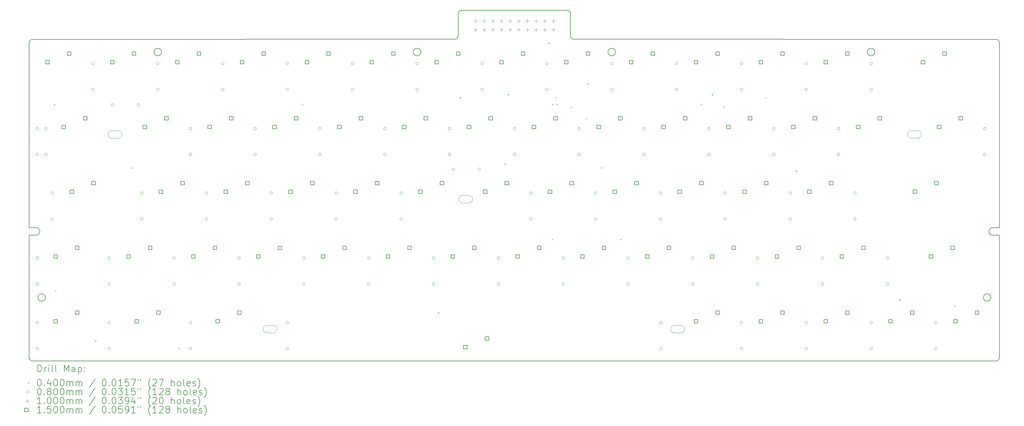
<source format=gbr>
%TF.GenerationSoftware,KiCad,Pcbnew,(6.0.7)*%
%TF.CreationDate,2022-11-29T19:46:52-05:00*%
%TF.ProjectId,Part 7 - Keyboard Basic,50617274-2037-4202-9d20-4b6579626f61,rev?*%
%TF.SameCoordinates,Original*%
%TF.FileFunction,Drillmap*%
%TF.FilePolarity,Positive*%
%FSLAX45Y45*%
G04 Gerber Fmt 4.5, Leading zero omitted, Abs format (unit mm)*
G04 Created by KiCad (PCBNEW (6.0.7)) date 2022-11-29 19:46:52*
%MOMM*%
%LPD*%
G01*
G04 APERTURE LIST*
%ADD10C,0.150000*%
%ADD11C,0.100000*%
%ADD12C,0.200000*%
%ADD13C,0.040000*%
%ADD14C,0.080000*%
G04 APERTURE END LIST*
D10*
X4000000Y-10860709D02*
G75*
G03*
X4000000Y-10640711I0J109999D01*
G01*
X16300000Y-5100000D02*
G75*
G03*
X16400000Y-5000000I0J100000D01*
G01*
D11*
X10985000Y-13515000D02*
X10765000Y-13515000D01*
D10*
X19700000Y-5000000D02*
G75*
G03*
X19800000Y-5100000I100000J0D01*
G01*
X32050000Y-12695711D02*
G75*
G03*
X32050000Y-12695711I-110000J0D01*
G01*
D11*
X29915000Y-8005000D02*
G75*
G03*
X29915000Y-7785000I-17030J110000D01*
G01*
D10*
X21020000Y-5475711D02*
G75*
G03*
X21020000Y-5475711I-110000J0D01*
G01*
D11*
X10985000Y-13735000D02*
G75*
G03*
X10985000Y-13515000I-17030J110000D01*
G01*
D10*
X19600000Y-4250000D02*
X16500000Y-4250000D01*
X16400000Y-5000000D02*
X16400000Y-4350000D01*
X32300000Y-10860711D02*
X32100000Y-10860711D01*
D11*
X6430000Y-8005000D02*
G75*
G03*
X6430000Y-7785000I-17030J110000D01*
G01*
X29695000Y-7785000D02*
G75*
G03*
X29695000Y-8005000I15950J-110000D01*
G01*
D10*
X4275000Y-12695711D02*
G75*
G03*
X4275000Y-12695711I-110000J0D01*
G01*
D11*
X16730000Y-9915000D02*
G75*
G03*
X16730000Y-9695000I-17030J110000D01*
G01*
D10*
X19700000Y-5000000D02*
X19700000Y-4350000D01*
D11*
X6430000Y-7785000D02*
X6210000Y-7785000D01*
D10*
X19800000Y-5100000D02*
X32200000Y-5100711D01*
X3800000Y-10860711D02*
X3800000Y-14460711D01*
D11*
X22960000Y-13735000D02*
X22740000Y-13735000D01*
D10*
X16500000Y-4250000D02*
G75*
G03*
X16400000Y-4350000I0J-100000D01*
G01*
X28640000Y-5475711D02*
G75*
G03*
X28640000Y-5475711I-110000J0D01*
G01*
X3800000Y-10640711D02*
X4000000Y-10640711D01*
D11*
X22960000Y-13515000D02*
X22740000Y-13515000D01*
D10*
X3800000Y-10860711D02*
X4000000Y-10860711D01*
X7685000Y-5475711D02*
G75*
G03*
X7685000Y-5475711I-110000J0D01*
G01*
X32300000Y-10640711D02*
X32100000Y-10640711D01*
X16300000Y-5100000D02*
X3900000Y-5100711D01*
X32100000Y-10640709D02*
G75*
G03*
X32100000Y-10860711I0J-110001D01*
G01*
X3900000Y-5100710D02*
G75*
G03*
X3800000Y-5200711I0J-100000D01*
G01*
D11*
X29915000Y-8005000D02*
X29695000Y-8005000D01*
D10*
X3799999Y-14460711D02*
G75*
G03*
X3900000Y-14560711I100001J1D01*
G01*
X15305000Y-5475711D02*
G75*
G03*
X15305000Y-5475711I-110000J0D01*
G01*
D11*
X6430000Y-8005000D02*
X6210000Y-8005000D01*
X10985000Y-13735000D02*
X10765000Y-13735000D01*
D10*
X32299999Y-5200711D02*
G75*
G03*
X32200000Y-5100711I-99999J1D01*
G01*
X32300000Y-10860711D02*
X32300000Y-14460711D01*
D11*
X10765000Y-13515000D02*
G75*
G03*
X10765000Y-13735000I15950J-110000D01*
G01*
D10*
X3800000Y-10640711D02*
X3800000Y-5200711D01*
D11*
X16510000Y-9695000D02*
G75*
G03*
X16510000Y-9915000I15950J-110000D01*
G01*
X16730000Y-9695000D02*
X16510000Y-9695000D01*
D10*
X32300000Y-10640711D02*
X32300000Y-5200711D01*
D11*
X16730000Y-9915000D02*
X16510000Y-9915000D01*
D10*
X19700000Y-4350000D02*
G75*
G03*
X19600000Y-4250000I-100000J0D01*
G01*
D11*
X22740000Y-13515000D02*
G75*
G03*
X22740000Y-13735000I15950J-110000D01*
G01*
X22960000Y-13735000D02*
G75*
G03*
X22960000Y-13515000I-17030J110000D01*
G01*
X6210000Y-7785000D02*
G75*
G03*
X6210000Y-8005000I15950J-110000D01*
G01*
D10*
X32200000Y-14560710D02*
G75*
G03*
X32300000Y-14460711I0J100000D01*
G01*
X3900000Y-14560711D02*
X32200000Y-14560711D01*
D11*
X29915000Y-7785000D02*
X29695000Y-7785000D01*
D12*
D13*
X4515000Y-7005711D02*
X4555000Y-7045711D01*
X4555000Y-7005711D02*
X4515000Y-7045711D01*
X4554275Y-12474986D02*
X4594275Y-12514986D01*
X4594275Y-12474986D02*
X4554275Y-12514986D01*
X5726600Y-13957150D02*
X5766600Y-13997150D01*
X5766600Y-13957150D02*
X5726600Y-13997150D01*
X6775000Y-8865711D02*
X6815000Y-8905711D01*
X6815000Y-8865711D02*
X6775000Y-8905711D01*
X8185000Y-14175711D02*
X8225000Y-14215711D01*
X8225000Y-14175711D02*
X8185000Y-14215711D01*
X11804500Y-6996211D02*
X11844500Y-7036211D01*
X11844500Y-6996211D02*
X11804500Y-7036211D01*
X15802500Y-13128211D02*
X15842500Y-13168211D01*
X15842500Y-13128211D02*
X15802500Y-13168211D01*
X16445000Y-6795711D02*
X16485000Y-6835711D01*
X16485000Y-6795711D02*
X16445000Y-6835711D01*
X17755000Y-8755711D02*
X17795000Y-8795711D01*
X17795000Y-8755711D02*
X17755000Y-8795711D01*
X17855000Y-6705711D02*
X17895000Y-6745711D01*
X17895000Y-6705711D02*
X17855000Y-6745711D01*
X19045000Y-5195711D02*
X19085000Y-5235711D01*
X19085000Y-5195711D02*
X19045000Y-5235711D01*
X19145000Y-10965711D02*
X19185000Y-11005711D01*
X19185000Y-10965711D02*
X19145000Y-11005711D01*
X19155000Y-6995711D02*
X19195000Y-7035711D01*
X19195000Y-6995711D02*
X19155000Y-7035711D01*
X19245000Y-6795711D02*
X19285000Y-6835711D01*
X19285000Y-6795711D02*
X19245000Y-6835711D01*
X19285000Y-6995711D02*
X19325000Y-7035711D01*
X19325000Y-6995711D02*
X19285000Y-7035711D01*
X19705000Y-7075711D02*
X19745000Y-7115711D01*
X19745000Y-7075711D02*
X19705000Y-7115711D01*
X20145000Y-7405711D02*
X20185000Y-7445711D01*
X20185000Y-7405711D02*
X20145000Y-7445711D01*
X20195000Y-6385711D02*
X20235000Y-6425711D01*
X20235000Y-6385711D02*
X20195000Y-6425711D01*
X20585000Y-8855711D02*
X20625000Y-8895711D01*
X20625000Y-8855711D02*
X20585000Y-8895711D01*
X21155000Y-10965711D02*
X21195000Y-11005711D01*
X21195000Y-10965711D02*
X21155000Y-11005711D01*
X23525000Y-6995711D02*
X23565000Y-7035711D01*
X23565000Y-6995711D02*
X23525000Y-7035711D01*
X23845059Y-6710429D02*
X23885059Y-6750429D01*
X23885059Y-6710429D02*
X23845059Y-6750429D01*
X24185500Y-7076211D02*
X24225500Y-7116211D01*
X24225500Y-7076211D02*
X24185500Y-7116211D01*
X25425000Y-6795711D02*
X25465000Y-6835711D01*
X25465000Y-6795711D02*
X25425000Y-6835711D01*
X26315000Y-8955711D02*
X26355000Y-8995711D01*
X26355000Y-8955711D02*
X26315000Y-8995711D01*
X29345000Y-12745711D02*
X29385000Y-12785711D01*
X29385000Y-12745711D02*
X29345000Y-12785711D01*
X30975000Y-12928211D02*
X31015000Y-12968211D01*
X31015000Y-12928211D02*
X30975000Y-12968211D01*
D14*
X4070000Y-7723711D02*
G75*
G03*
X4070000Y-7723711I-40000J0D01*
G01*
X4070000Y-8485711D02*
G75*
G03*
X4070000Y-8485711I-40000J0D01*
G01*
X4075000Y-11534711D02*
G75*
G03*
X4075000Y-11534711I-40000J0D01*
G01*
X4075000Y-12296711D02*
G75*
G03*
X4075000Y-12296711I-40000J0D01*
G01*
X4075000Y-13434711D02*
G75*
G03*
X4075000Y-13434711I-40000J0D01*
G01*
X4075000Y-14196711D02*
G75*
G03*
X4075000Y-14196711I-40000J0D01*
G01*
X4330000Y-7723711D02*
G75*
G03*
X4330000Y-7723711I-40000J0D01*
G01*
X4330000Y-8485711D02*
G75*
G03*
X4330000Y-8485711I-40000J0D01*
G01*
X4515000Y-9623711D02*
G75*
G03*
X4515000Y-9623711I-40000J0D01*
G01*
X4515000Y-10385711D02*
G75*
G03*
X4515000Y-10385711I-40000J0D01*
G01*
X5710000Y-5813711D02*
G75*
G03*
X5710000Y-5813711I-40000J0D01*
G01*
X5710000Y-6575711D02*
G75*
G03*
X5710000Y-6575711I-40000J0D01*
G01*
X6185000Y-11533711D02*
G75*
G03*
X6185000Y-11533711I-40000J0D01*
G01*
X6185000Y-12295711D02*
G75*
G03*
X6185000Y-12295711I-40000J0D01*
G01*
X6185000Y-13433711D02*
G75*
G03*
X6185000Y-13433711I-40000J0D01*
G01*
X6185000Y-14195711D02*
G75*
G03*
X6185000Y-14195711I-40000J0D01*
G01*
X6284000Y-7025711D02*
G75*
G03*
X6284000Y-7025711I-40000J0D01*
G01*
X7046000Y-7025711D02*
G75*
G03*
X7046000Y-7025711I-40000J0D01*
G01*
X7145000Y-9624711D02*
G75*
G03*
X7145000Y-9624711I-40000J0D01*
G01*
X7145000Y-10386711D02*
G75*
G03*
X7145000Y-10386711I-40000J0D01*
G01*
X7615000Y-5814711D02*
G75*
G03*
X7615000Y-5814711I-40000J0D01*
G01*
X7615000Y-6576711D02*
G75*
G03*
X7615000Y-6576711I-40000J0D01*
G01*
X8095000Y-11534711D02*
G75*
G03*
X8095000Y-11534711I-40000J0D01*
G01*
X8095000Y-12296711D02*
G75*
G03*
X8095000Y-12296711I-40000J0D01*
G01*
X8575000Y-7724711D02*
G75*
G03*
X8575000Y-7724711I-40000J0D01*
G01*
X8575000Y-8486711D02*
G75*
G03*
X8575000Y-8486711I-40000J0D01*
G01*
X8575000Y-13433711D02*
G75*
G03*
X8575000Y-13433711I-40000J0D01*
G01*
X8575000Y-14195711D02*
G75*
G03*
X8575000Y-14195711I-40000J0D01*
G01*
X9045000Y-9624711D02*
G75*
G03*
X9045000Y-9624711I-40000J0D01*
G01*
X9045000Y-10386711D02*
G75*
G03*
X9045000Y-10386711I-40000J0D01*
G01*
X9525000Y-5813711D02*
G75*
G03*
X9525000Y-5813711I-40000J0D01*
G01*
X9525000Y-6575711D02*
G75*
G03*
X9525000Y-6575711I-40000J0D01*
G01*
X10005000Y-11534711D02*
G75*
G03*
X10005000Y-11534711I-40000J0D01*
G01*
X10005000Y-12296711D02*
G75*
G03*
X10005000Y-12296711I-40000J0D01*
G01*
X10475000Y-7724711D02*
G75*
G03*
X10475000Y-7724711I-40000J0D01*
G01*
X10475000Y-8486711D02*
G75*
G03*
X10475000Y-8486711I-40000J0D01*
G01*
X10945000Y-9623711D02*
G75*
G03*
X10945000Y-9623711I-40000J0D01*
G01*
X10945000Y-10385711D02*
G75*
G03*
X10945000Y-10385711I-40000J0D01*
G01*
X11425000Y-5814711D02*
G75*
G03*
X11425000Y-5814711I-40000J0D01*
G01*
X11425000Y-6576711D02*
G75*
G03*
X11425000Y-6576711I-40000J0D01*
G01*
X11425000Y-13433711D02*
G75*
G03*
X11425000Y-13433711I-40000J0D01*
G01*
X11425000Y-14195711D02*
G75*
G03*
X11425000Y-14195711I-40000J0D01*
G01*
X11905000Y-11533711D02*
G75*
G03*
X11905000Y-11533711I-40000J0D01*
G01*
X11905000Y-12295711D02*
G75*
G03*
X11905000Y-12295711I-40000J0D01*
G01*
X12375000Y-7724711D02*
G75*
G03*
X12375000Y-7724711I-40000J0D01*
G01*
X12375000Y-8486711D02*
G75*
G03*
X12375000Y-8486711I-40000J0D01*
G01*
X12855000Y-9623711D02*
G75*
G03*
X12855000Y-9623711I-40000J0D01*
G01*
X12855000Y-10385711D02*
G75*
G03*
X12855000Y-10385711I-40000J0D01*
G01*
X13335000Y-5813711D02*
G75*
G03*
X13335000Y-5813711I-40000J0D01*
G01*
X13335000Y-6575711D02*
G75*
G03*
X13335000Y-6575711I-40000J0D01*
G01*
X13815000Y-11533711D02*
G75*
G03*
X13815000Y-11533711I-40000J0D01*
G01*
X13815000Y-12295711D02*
G75*
G03*
X13815000Y-12295711I-40000J0D01*
G01*
X14285000Y-7724711D02*
G75*
G03*
X14285000Y-7724711I-40000J0D01*
G01*
X14285000Y-8486711D02*
G75*
G03*
X14285000Y-8486711I-40000J0D01*
G01*
X14765000Y-9624711D02*
G75*
G03*
X14765000Y-9624711I-40000J0D01*
G01*
X14765000Y-10386711D02*
G75*
G03*
X14765000Y-10386711I-40000J0D01*
G01*
X15235000Y-5813711D02*
G75*
G03*
X15235000Y-5813711I-40000J0D01*
G01*
X15235000Y-6575711D02*
G75*
G03*
X15235000Y-6575711I-40000J0D01*
G01*
X15715000Y-11534711D02*
G75*
G03*
X15715000Y-11534711I-40000J0D01*
G01*
X15715000Y-12296711D02*
G75*
G03*
X15715000Y-12296711I-40000J0D01*
G01*
X16185000Y-7724711D02*
G75*
G03*
X16185000Y-7724711I-40000J0D01*
G01*
X16185000Y-8486711D02*
G75*
G03*
X16185000Y-8486711I-40000J0D01*
G01*
X16296000Y-8925711D02*
G75*
G03*
X16296000Y-8925711I-40000J0D01*
G01*
X17058000Y-8925711D02*
G75*
G03*
X17058000Y-8925711I-40000J0D01*
G01*
X17145000Y-5814711D02*
G75*
G03*
X17145000Y-5814711I-40000J0D01*
G01*
X17145000Y-6576711D02*
G75*
G03*
X17145000Y-6576711I-40000J0D01*
G01*
X17625000Y-11534711D02*
G75*
G03*
X17625000Y-11534711I-40000J0D01*
G01*
X17625000Y-12296711D02*
G75*
G03*
X17625000Y-12296711I-40000J0D01*
G01*
X18095000Y-7724711D02*
G75*
G03*
X18095000Y-7724711I-40000J0D01*
G01*
X18095000Y-8486711D02*
G75*
G03*
X18095000Y-8486711I-40000J0D01*
G01*
X18575000Y-9624711D02*
G75*
G03*
X18575000Y-9624711I-40000J0D01*
G01*
X18575000Y-10386711D02*
G75*
G03*
X18575000Y-10386711I-40000J0D01*
G01*
X19045000Y-5814711D02*
G75*
G03*
X19045000Y-5814711I-40000J0D01*
G01*
X19045000Y-6576711D02*
G75*
G03*
X19045000Y-6576711I-40000J0D01*
G01*
X19525000Y-11534711D02*
G75*
G03*
X19525000Y-11534711I-40000J0D01*
G01*
X19525000Y-12296711D02*
G75*
G03*
X19525000Y-12296711I-40000J0D01*
G01*
X19995000Y-7724711D02*
G75*
G03*
X19995000Y-7724711I-40000J0D01*
G01*
X19995000Y-8486711D02*
G75*
G03*
X19995000Y-8486711I-40000J0D01*
G01*
X20475000Y-9624711D02*
G75*
G03*
X20475000Y-9624711I-40000J0D01*
G01*
X20475000Y-10386711D02*
G75*
G03*
X20475000Y-10386711I-40000J0D01*
G01*
X20955000Y-5814711D02*
G75*
G03*
X20955000Y-5814711I-40000J0D01*
G01*
X20955000Y-6576711D02*
G75*
G03*
X20955000Y-6576711I-40000J0D01*
G01*
X21425000Y-11533711D02*
G75*
G03*
X21425000Y-11533711I-40000J0D01*
G01*
X21425000Y-12295711D02*
G75*
G03*
X21425000Y-12295711I-40000J0D01*
G01*
X21905000Y-7724711D02*
G75*
G03*
X21905000Y-7724711I-40000J0D01*
G01*
X21905000Y-8486711D02*
G75*
G03*
X21905000Y-8486711I-40000J0D01*
G01*
X22385000Y-9624711D02*
G75*
G03*
X22385000Y-9624711I-40000J0D01*
G01*
X22385000Y-10386711D02*
G75*
G03*
X22385000Y-10386711I-40000J0D01*
G01*
X22395000Y-13434711D02*
G75*
G03*
X22395000Y-13434711I-40000J0D01*
G01*
X22395000Y-14196711D02*
G75*
G03*
X22395000Y-14196711I-40000J0D01*
G01*
X22855000Y-5814711D02*
G75*
G03*
X22855000Y-5814711I-40000J0D01*
G01*
X22855000Y-6576711D02*
G75*
G03*
X22855000Y-6576711I-40000J0D01*
G01*
X23335000Y-11534711D02*
G75*
G03*
X23335000Y-11534711I-40000J0D01*
G01*
X23335000Y-12296711D02*
G75*
G03*
X23335000Y-12296711I-40000J0D01*
G01*
X23805000Y-7724711D02*
G75*
G03*
X23805000Y-7724711I-40000J0D01*
G01*
X23805000Y-8486711D02*
G75*
G03*
X23805000Y-8486711I-40000J0D01*
G01*
X24285000Y-9623711D02*
G75*
G03*
X24285000Y-9623711I-40000J0D01*
G01*
X24285000Y-10385711D02*
G75*
G03*
X24285000Y-10385711I-40000J0D01*
G01*
X24765000Y-5814711D02*
G75*
G03*
X24765000Y-5814711I-40000J0D01*
G01*
X24765000Y-6576711D02*
G75*
G03*
X24765000Y-6576711I-40000J0D01*
G01*
X24765000Y-13434711D02*
G75*
G03*
X24765000Y-13434711I-40000J0D01*
G01*
X24765000Y-14196711D02*
G75*
G03*
X24765000Y-14196711I-40000J0D01*
G01*
X25235000Y-11533711D02*
G75*
G03*
X25235000Y-11533711I-40000J0D01*
G01*
X25235000Y-12295711D02*
G75*
G03*
X25235000Y-12295711I-40000J0D01*
G01*
X25715000Y-7724711D02*
G75*
G03*
X25715000Y-7724711I-40000J0D01*
G01*
X25715000Y-8486711D02*
G75*
G03*
X25715000Y-8486711I-40000J0D01*
G01*
X26195000Y-9624711D02*
G75*
G03*
X26195000Y-9624711I-40000J0D01*
G01*
X26195000Y-10386711D02*
G75*
G03*
X26195000Y-10386711I-40000J0D01*
G01*
X26665000Y-5814711D02*
G75*
G03*
X26665000Y-5814711I-40000J0D01*
G01*
X26665000Y-6576711D02*
G75*
G03*
X26665000Y-6576711I-40000J0D01*
G01*
X26665000Y-13434711D02*
G75*
G03*
X26665000Y-13434711I-40000J0D01*
G01*
X26665000Y-14196711D02*
G75*
G03*
X26665000Y-14196711I-40000J0D01*
G01*
X27145000Y-11534711D02*
G75*
G03*
X27145000Y-11534711I-40000J0D01*
G01*
X27145000Y-12296711D02*
G75*
G03*
X27145000Y-12296711I-40000J0D01*
G01*
X27615000Y-7724711D02*
G75*
G03*
X27615000Y-7724711I-40000J0D01*
G01*
X27615000Y-8486711D02*
G75*
G03*
X27615000Y-8486711I-40000J0D01*
G01*
X28095000Y-9624711D02*
G75*
G03*
X28095000Y-9624711I-40000J0D01*
G01*
X28095000Y-10386711D02*
G75*
G03*
X28095000Y-10386711I-40000J0D01*
G01*
X28575000Y-5814711D02*
G75*
G03*
X28575000Y-5814711I-40000J0D01*
G01*
X28575000Y-6576711D02*
G75*
G03*
X28575000Y-6576711I-40000J0D01*
G01*
X28575000Y-13434711D02*
G75*
G03*
X28575000Y-13434711I-40000J0D01*
G01*
X28575000Y-14196711D02*
G75*
G03*
X28575000Y-14196711I-40000J0D01*
G01*
X29055000Y-11533711D02*
G75*
G03*
X29055000Y-11533711I-40000J0D01*
G01*
X29055000Y-12295711D02*
G75*
G03*
X29055000Y-12295711I-40000J0D01*
G01*
X30475000Y-13434711D02*
G75*
G03*
X30475000Y-13434711I-40000J0D01*
G01*
X30475000Y-14196711D02*
G75*
G03*
X30475000Y-14196711I-40000J0D01*
G01*
X31905000Y-7724711D02*
G75*
G03*
X31905000Y-7724711I-40000J0D01*
G01*
X31905000Y-8486711D02*
G75*
G03*
X31905000Y-8486711I-40000J0D01*
G01*
D11*
X16909500Y-4515961D02*
X16909500Y-4615961D01*
X16859500Y-4565961D02*
X16959500Y-4565961D01*
X16909500Y-4769961D02*
X16909500Y-4869961D01*
X16859500Y-4819961D02*
X16959500Y-4819961D01*
X17163500Y-4515961D02*
X17163500Y-4615961D01*
X17113500Y-4565961D02*
X17213500Y-4565961D01*
X17163500Y-4769961D02*
X17163500Y-4869961D01*
X17113500Y-4819961D02*
X17213500Y-4819961D01*
X17417500Y-4515961D02*
X17417500Y-4615961D01*
X17367500Y-4565961D02*
X17467500Y-4565961D01*
X17417500Y-4769961D02*
X17417500Y-4869961D01*
X17367500Y-4819961D02*
X17467500Y-4819961D01*
X17671500Y-4515961D02*
X17671500Y-4615961D01*
X17621500Y-4565961D02*
X17721500Y-4565961D01*
X17671500Y-4769961D02*
X17671500Y-4869961D01*
X17621500Y-4819961D02*
X17721500Y-4819961D01*
X17925500Y-4515961D02*
X17925500Y-4615961D01*
X17875500Y-4565961D02*
X17975500Y-4565961D01*
X17925500Y-4769961D02*
X17925500Y-4869961D01*
X17875500Y-4819961D02*
X17975500Y-4819961D01*
X18179500Y-4515961D02*
X18179500Y-4615961D01*
X18129500Y-4565961D02*
X18229500Y-4565961D01*
X18179500Y-4769961D02*
X18179500Y-4869961D01*
X18129500Y-4819961D02*
X18229500Y-4819961D01*
X18433500Y-4515961D02*
X18433500Y-4615961D01*
X18383500Y-4565961D02*
X18483500Y-4565961D01*
X18433500Y-4769961D02*
X18433500Y-4869961D01*
X18383500Y-4819961D02*
X18483500Y-4819961D01*
X18687500Y-4515961D02*
X18687500Y-4615961D01*
X18637500Y-4565961D02*
X18737500Y-4565961D01*
X18687500Y-4769961D02*
X18687500Y-4869961D01*
X18637500Y-4819961D02*
X18737500Y-4819961D01*
X18941500Y-4515961D02*
X18941500Y-4615961D01*
X18891500Y-4565961D02*
X18991500Y-4565961D01*
X18941500Y-4769961D02*
X18941500Y-4869961D01*
X18891500Y-4819961D02*
X18991500Y-4819961D01*
X19195500Y-4515961D02*
X19195500Y-4615961D01*
X19145500Y-4565961D02*
X19245500Y-4565961D01*
X19195500Y-4769961D02*
X19195500Y-4869961D01*
X19145500Y-4819961D02*
X19245500Y-4819961D01*
D10*
X4389534Y-5827244D02*
X4389534Y-5721177D01*
X4283467Y-5721177D01*
X4283467Y-5827244D01*
X4389534Y-5827244D01*
X4627659Y-11542244D02*
X4627659Y-11436177D01*
X4521592Y-11436177D01*
X4521592Y-11542244D01*
X4627659Y-11542244D01*
X4627659Y-13447244D02*
X4627659Y-13341177D01*
X4521592Y-13341177D01*
X4521592Y-13447244D01*
X4627659Y-13447244D01*
X4865784Y-7732244D02*
X4865784Y-7626177D01*
X4759717Y-7626177D01*
X4759717Y-7732244D01*
X4865784Y-7732244D01*
X5024534Y-5573244D02*
X5024534Y-5467177D01*
X4918467Y-5467177D01*
X4918467Y-5573244D01*
X5024534Y-5573244D01*
X5103909Y-9637244D02*
X5103909Y-9531177D01*
X4997842Y-9531177D01*
X4997842Y-9637244D01*
X5103909Y-9637244D01*
X5262659Y-11288244D02*
X5262659Y-11182177D01*
X5156592Y-11182177D01*
X5156592Y-11288244D01*
X5262659Y-11288244D01*
X5262659Y-13193244D02*
X5262659Y-13087177D01*
X5156592Y-13087177D01*
X5156592Y-13193244D01*
X5262659Y-13193244D01*
X5500784Y-7478244D02*
X5500784Y-7372177D01*
X5394717Y-7372177D01*
X5394717Y-7478244D01*
X5500784Y-7478244D01*
X5738908Y-9383244D02*
X5738908Y-9277177D01*
X5632841Y-9277177D01*
X5632841Y-9383244D01*
X5738908Y-9383244D01*
X6294533Y-5827244D02*
X6294533Y-5721177D01*
X6188466Y-5721177D01*
X6188466Y-5827244D01*
X6294533Y-5827244D01*
X6770733Y-11542253D02*
X6770733Y-11436186D01*
X6664666Y-11436186D01*
X6664666Y-11542253D01*
X6770733Y-11542253D01*
X6929533Y-5573244D02*
X6929533Y-5467177D01*
X6823466Y-5467177D01*
X6823466Y-5573244D01*
X6929533Y-5573244D01*
X7008908Y-13447244D02*
X7008908Y-13341177D01*
X6902841Y-13341177D01*
X6902841Y-13447244D01*
X7008908Y-13447244D01*
X7247033Y-7732244D02*
X7247033Y-7626177D01*
X7140966Y-7626177D01*
X7140966Y-7732244D01*
X7247033Y-7732244D01*
X7405733Y-11288253D02*
X7405733Y-11182187D01*
X7299666Y-11182187D01*
X7299666Y-11288253D01*
X7405733Y-11288253D01*
X7643908Y-13193244D02*
X7643908Y-13087177D01*
X7537841Y-13087177D01*
X7537841Y-13193244D01*
X7643908Y-13193244D01*
X7723283Y-9637244D02*
X7723283Y-9531177D01*
X7617216Y-9531177D01*
X7617216Y-9637244D01*
X7723283Y-9637244D01*
X7882033Y-7478244D02*
X7882033Y-7372177D01*
X7775966Y-7372177D01*
X7775966Y-7478244D01*
X7882033Y-7478244D01*
X8199533Y-5827244D02*
X8199533Y-5721177D01*
X8093466Y-5721177D01*
X8093466Y-5827244D01*
X8199533Y-5827244D01*
X8358283Y-9383244D02*
X8358283Y-9277177D01*
X8252216Y-9277177D01*
X8252216Y-9383244D01*
X8358283Y-9383244D01*
X8675734Y-11542253D02*
X8675734Y-11436186D01*
X8569667Y-11436186D01*
X8569667Y-11542253D01*
X8675734Y-11542253D01*
X8834534Y-5573244D02*
X8834534Y-5467177D01*
X8728467Y-5467177D01*
X8728467Y-5573244D01*
X8834534Y-5573244D01*
X9152034Y-7732244D02*
X9152034Y-7626177D01*
X9045967Y-7626177D01*
X9045967Y-7732244D01*
X9152034Y-7732244D01*
X9310734Y-11288253D02*
X9310734Y-11182187D01*
X9204667Y-11182187D01*
X9204667Y-11288253D01*
X9310734Y-11288253D01*
X9390159Y-13447244D02*
X9390159Y-13341177D01*
X9284092Y-13341177D01*
X9284092Y-13447244D01*
X9390159Y-13447244D01*
X9628284Y-9637244D02*
X9628284Y-9531177D01*
X9522217Y-9531177D01*
X9522217Y-9637244D01*
X9628284Y-9637244D01*
X9787034Y-7478244D02*
X9787034Y-7372177D01*
X9680967Y-7372177D01*
X9680967Y-7478244D01*
X9787034Y-7478244D01*
X10025159Y-13193244D02*
X10025159Y-13087177D01*
X9919092Y-13087177D01*
X9919092Y-13193244D01*
X10025159Y-13193244D01*
X10104534Y-5827244D02*
X10104534Y-5721177D01*
X9998467Y-5721177D01*
X9998467Y-5827244D01*
X10104534Y-5827244D01*
X10263284Y-9383244D02*
X10263284Y-9277177D01*
X10157217Y-9277177D01*
X10157217Y-9383244D01*
X10263284Y-9383244D01*
X10580734Y-11542253D02*
X10580734Y-11436186D01*
X10474667Y-11436186D01*
X10474667Y-11542253D01*
X10580734Y-11542253D01*
X10739534Y-5573244D02*
X10739534Y-5467177D01*
X10633467Y-5467177D01*
X10633467Y-5573244D01*
X10739534Y-5573244D01*
X11057034Y-7732244D02*
X11057034Y-7626177D01*
X10950967Y-7626177D01*
X10950967Y-7732244D01*
X11057034Y-7732244D01*
X11215733Y-11288253D02*
X11215733Y-11182187D01*
X11109667Y-11182187D01*
X11109667Y-11288253D01*
X11215733Y-11288253D01*
X11533283Y-9637244D02*
X11533283Y-9531177D01*
X11427216Y-9531177D01*
X11427216Y-9637244D01*
X11533283Y-9637244D01*
X11692033Y-7478244D02*
X11692033Y-7372177D01*
X11585966Y-7372177D01*
X11585966Y-7478244D01*
X11692033Y-7478244D01*
X12009533Y-5827244D02*
X12009533Y-5721177D01*
X11903466Y-5721177D01*
X11903466Y-5827244D01*
X12009533Y-5827244D01*
X12168283Y-9383244D02*
X12168283Y-9277177D01*
X12062216Y-9277177D01*
X12062216Y-9383244D01*
X12168283Y-9383244D01*
X12485733Y-11542253D02*
X12485733Y-11436186D01*
X12379666Y-11436186D01*
X12379666Y-11542253D01*
X12485733Y-11542253D01*
X12644533Y-5573244D02*
X12644533Y-5467177D01*
X12538466Y-5467177D01*
X12538466Y-5573244D01*
X12644533Y-5573244D01*
X12962033Y-7732244D02*
X12962033Y-7626177D01*
X12855966Y-7626177D01*
X12855966Y-7732244D01*
X12962033Y-7732244D01*
X13120733Y-11288253D02*
X13120733Y-11182187D01*
X13014666Y-11182187D01*
X13014666Y-11288253D01*
X13120733Y-11288253D01*
X13438283Y-9637244D02*
X13438283Y-9531177D01*
X13332216Y-9531177D01*
X13332216Y-9637244D01*
X13438283Y-9637244D01*
X13597033Y-7478244D02*
X13597033Y-7372177D01*
X13490966Y-7372177D01*
X13490966Y-7478244D01*
X13597033Y-7478244D01*
X13914533Y-5827244D02*
X13914533Y-5721177D01*
X13808466Y-5721177D01*
X13808466Y-5827244D01*
X13914533Y-5827244D01*
X14073283Y-9383244D02*
X14073283Y-9277177D01*
X13967216Y-9277177D01*
X13967216Y-9383244D01*
X14073283Y-9383244D01*
X14390733Y-11542253D02*
X14390733Y-11436186D01*
X14284666Y-11436186D01*
X14284666Y-11542253D01*
X14390733Y-11542253D01*
X14549533Y-5573244D02*
X14549533Y-5467177D01*
X14443466Y-5467177D01*
X14443466Y-5573244D01*
X14549533Y-5573244D01*
X14867033Y-7732244D02*
X14867033Y-7626177D01*
X14760966Y-7626177D01*
X14760966Y-7732244D01*
X14867033Y-7732244D01*
X15025733Y-11288253D02*
X15025733Y-11182187D01*
X14919666Y-11182187D01*
X14919666Y-11288253D01*
X15025733Y-11288253D01*
X15343283Y-9637244D02*
X15343283Y-9531177D01*
X15237216Y-9531177D01*
X15237216Y-9637244D01*
X15343283Y-9637244D01*
X15502033Y-7478244D02*
X15502033Y-7372177D01*
X15395966Y-7372177D01*
X15395966Y-7478244D01*
X15502033Y-7478244D01*
X15819533Y-5827244D02*
X15819533Y-5721177D01*
X15713466Y-5721177D01*
X15713466Y-5827244D01*
X15819533Y-5827244D01*
X15978283Y-9383244D02*
X15978283Y-9277177D01*
X15872216Y-9277177D01*
X15872216Y-9383244D01*
X15978283Y-9383244D01*
X16295733Y-11542253D02*
X16295733Y-11436186D01*
X16189666Y-11436186D01*
X16189666Y-11542253D01*
X16295733Y-11542253D01*
X16454533Y-5573244D02*
X16454533Y-5467177D01*
X16348466Y-5467177D01*
X16348466Y-5573244D01*
X16454533Y-5573244D01*
X16660883Y-14209233D02*
X16660883Y-14103166D01*
X16554816Y-14103166D01*
X16554816Y-14209233D01*
X16660883Y-14209233D01*
X16772033Y-7732244D02*
X16772033Y-7626177D01*
X16665966Y-7626177D01*
X16665966Y-7732244D01*
X16772033Y-7732244D01*
X16930734Y-11288253D02*
X16930734Y-11182187D01*
X16824667Y-11182187D01*
X16824667Y-11288253D01*
X16930734Y-11288253D01*
X17248284Y-9637244D02*
X17248284Y-9531177D01*
X17142217Y-9531177D01*
X17142217Y-9637244D01*
X17248284Y-9637244D01*
X17295884Y-13955233D02*
X17295884Y-13849166D01*
X17189817Y-13849166D01*
X17189817Y-13955233D01*
X17295884Y-13955233D01*
X17407034Y-7478244D02*
X17407034Y-7372177D01*
X17300967Y-7372177D01*
X17300967Y-7478244D01*
X17407034Y-7478244D01*
X17724534Y-5827244D02*
X17724534Y-5721177D01*
X17618467Y-5721177D01*
X17618467Y-5827244D01*
X17724534Y-5827244D01*
X17883284Y-9383244D02*
X17883284Y-9277177D01*
X17777217Y-9277177D01*
X17777217Y-9383244D01*
X17883284Y-9383244D01*
X18200734Y-11542253D02*
X18200734Y-11436186D01*
X18094667Y-11436186D01*
X18094667Y-11542253D01*
X18200734Y-11542253D01*
X18359534Y-5573244D02*
X18359534Y-5467177D01*
X18253467Y-5467177D01*
X18253467Y-5573244D01*
X18359534Y-5573244D01*
X18677034Y-7732244D02*
X18677034Y-7626177D01*
X18570967Y-7626177D01*
X18570967Y-7732244D01*
X18677034Y-7732244D01*
X18835734Y-11288253D02*
X18835734Y-11182187D01*
X18729667Y-11182187D01*
X18729667Y-11288253D01*
X18835734Y-11288253D01*
X19153284Y-9637244D02*
X19153284Y-9531177D01*
X19047217Y-9531177D01*
X19047217Y-9637244D01*
X19153284Y-9637244D01*
X19312034Y-7478244D02*
X19312034Y-7372177D01*
X19205967Y-7372177D01*
X19205967Y-7478244D01*
X19312034Y-7478244D01*
X19629534Y-5827244D02*
X19629534Y-5721177D01*
X19523467Y-5721177D01*
X19523467Y-5827244D01*
X19629534Y-5827244D01*
X19788284Y-9383244D02*
X19788284Y-9277177D01*
X19682217Y-9277177D01*
X19682217Y-9383244D01*
X19788284Y-9383244D01*
X20105734Y-11542253D02*
X20105734Y-11436186D01*
X19999667Y-11436186D01*
X19999667Y-11542253D01*
X20105734Y-11542253D01*
X20264534Y-5573244D02*
X20264534Y-5467177D01*
X20158467Y-5467177D01*
X20158467Y-5573244D01*
X20264534Y-5573244D01*
X20582034Y-7732244D02*
X20582034Y-7626177D01*
X20475967Y-7626177D01*
X20475967Y-7732244D01*
X20582034Y-7732244D01*
X20740734Y-11288253D02*
X20740734Y-11182187D01*
X20634667Y-11182187D01*
X20634667Y-11288253D01*
X20740734Y-11288253D01*
X21058284Y-9637244D02*
X21058284Y-9531177D01*
X20952217Y-9531177D01*
X20952217Y-9637244D01*
X21058284Y-9637244D01*
X21217034Y-7478244D02*
X21217034Y-7372177D01*
X21110967Y-7372177D01*
X21110967Y-7478244D01*
X21217034Y-7478244D01*
X21534534Y-5827244D02*
X21534534Y-5721177D01*
X21428467Y-5721177D01*
X21428467Y-5827244D01*
X21534534Y-5827244D01*
X21693284Y-9383244D02*
X21693284Y-9277177D01*
X21587217Y-9277177D01*
X21587217Y-9383244D01*
X21693284Y-9383244D01*
X22010734Y-11542253D02*
X22010734Y-11436186D01*
X21904667Y-11436186D01*
X21904667Y-11542253D01*
X22010734Y-11542253D01*
X22169534Y-5573244D02*
X22169534Y-5467177D01*
X22063467Y-5467177D01*
X22063467Y-5573244D01*
X22169534Y-5573244D01*
X22487033Y-7732263D02*
X22487033Y-7626196D01*
X22380966Y-7626196D01*
X22380966Y-7732263D01*
X22487033Y-7732263D01*
X22645733Y-11288253D02*
X22645733Y-11182187D01*
X22539666Y-11182187D01*
X22539666Y-11288253D01*
X22645733Y-11288253D01*
X22963283Y-9637244D02*
X22963283Y-9531177D01*
X22857216Y-9531177D01*
X22857216Y-9637244D01*
X22963283Y-9637244D01*
X23122033Y-7478263D02*
X23122033Y-7372196D01*
X23015966Y-7372196D01*
X23015966Y-7478263D01*
X23122033Y-7478263D01*
X23439533Y-5827244D02*
X23439533Y-5721177D01*
X23333466Y-5721177D01*
X23333466Y-5827244D01*
X23439533Y-5827244D01*
X23439533Y-13447233D02*
X23439533Y-13341166D01*
X23333466Y-13341166D01*
X23333466Y-13447233D01*
X23439533Y-13447233D01*
X23598283Y-9383244D02*
X23598283Y-9277177D01*
X23492216Y-9277177D01*
X23492216Y-9383244D01*
X23598283Y-9383244D01*
X23915733Y-11542253D02*
X23915733Y-11436186D01*
X23809666Y-11436186D01*
X23809666Y-11542253D01*
X23915733Y-11542253D01*
X24074533Y-5573244D02*
X24074533Y-5467177D01*
X23968466Y-5467177D01*
X23968466Y-5573244D01*
X24074533Y-5573244D01*
X24074533Y-13193233D02*
X24074533Y-13087166D01*
X23968466Y-13087166D01*
X23968466Y-13193233D01*
X24074533Y-13193233D01*
X24392033Y-7732233D02*
X24392033Y-7626166D01*
X24285966Y-7626166D01*
X24285966Y-7732233D01*
X24392033Y-7732233D01*
X24550733Y-11288253D02*
X24550733Y-11182187D01*
X24444666Y-11182187D01*
X24444666Y-11288253D01*
X24550733Y-11288253D01*
X24868283Y-9637244D02*
X24868283Y-9531177D01*
X24762216Y-9531177D01*
X24762216Y-9637244D01*
X24868283Y-9637244D01*
X25027033Y-7478233D02*
X25027033Y-7372166D01*
X24920966Y-7372166D01*
X24920966Y-7478233D01*
X25027033Y-7478233D01*
X25344533Y-5827244D02*
X25344533Y-5721177D01*
X25238466Y-5721177D01*
X25238466Y-5827244D01*
X25344533Y-5827244D01*
X25344533Y-13447253D02*
X25344533Y-13341186D01*
X25238466Y-13341186D01*
X25238466Y-13447253D01*
X25344533Y-13447253D01*
X25503283Y-9383244D02*
X25503283Y-9277177D01*
X25397216Y-9277177D01*
X25397216Y-9383244D01*
X25503283Y-9383244D01*
X25820733Y-11542253D02*
X25820733Y-11436186D01*
X25714666Y-11436186D01*
X25714666Y-11542253D01*
X25820733Y-11542253D01*
X25979533Y-5573244D02*
X25979533Y-5467177D01*
X25873466Y-5467177D01*
X25873466Y-5573244D01*
X25979533Y-5573244D01*
X25979533Y-13193253D02*
X25979533Y-13087186D01*
X25873466Y-13087186D01*
X25873466Y-13193253D01*
X25979533Y-13193253D01*
X26297033Y-7732233D02*
X26297033Y-7626166D01*
X26190966Y-7626166D01*
X26190966Y-7732233D01*
X26297033Y-7732233D01*
X26455733Y-11288253D02*
X26455733Y-11182187D01*
X26349666Y-11182187D01*
X26349666Y-11288253D01*
X26455733Y-11288253D01*
X26773273Y-9637244D02*
X26773273Y-9531177D01*
X26667206Y-9531177D01*
X26667206Y-9637244D01*
X26773273Y-9637244D01*
X26932033Y-7478233D02*
X26932033Y-7372166D01*
X26825966Y-7372166D01*
X26825966Y-7478233D01*
X26932033Y-7478233D01*
X27249533Y-5827244D02*
X27249533Y-5721177D01*
X27143466Y-5721177D01*
X27143466Y-5827244D01*
X27249533Y-5827244D01*
X27249533Y-13447253D02*
X27249533Y-13341186D01*
X27143466Y-13341186D01*
X27143466Y-13447253D01*
X27249533Y-13447253D01*
X27408273Y-9383244D02*
X27408273Y-9277177D01*
X27302206Y-9277177D01*
X27302206Y-9383244D01*
X27408273Y-9383244D01*
X27725733Y-11542253D02*
X27725733Y-11436186D01*
X27619666Y-11436186D01*
X27619666Y-11542253D01*
X27725733Y-11542253D01*
X27884533Y-5573244D02*
X27884533Y-5467177D01*
X27778466Y-5467177D01*
X27778466Y-5573244D01*
X27884533Y-5573244D01*
X27884533Y-13193253D02*
X27884533Y-13087186D01*
X27778466Y-13087186D01*
X27778466Y-13193253D01*
X27884533Y-13193253D01*
X28202033Y-7732233D02*
X28202033Y-7626166D01*
X28095966Y-7626166D01*
X28095966Y-7732233D01*
X28202033Y-7732233D01*
X28360733Y-11288253D02*
X28360733Y-11182187D01*
X28254666Y-11182187D01*
X28254666Y-11288253D01*
X28360733Y-11288253D01*
X28837033Y-7478233D02*
X28837033Y-7372166D01*
X28730966Y-7372166D01*
X28730966Y-7478233D01*
X28837033Y-7478233D01*
X29154533Y-13447253D02*
X29154533Y-13341186D01*
X29048466Y-13341186D01*
X29048466Y-13447253D01*
X29154533Y-13447253D01*
X29789533Y-13193253D02*
X29789533Y-13087186D01*
X29683466Y-13087186D01*
X29683466Y-13193253D01*
X29789533Y-13193253D01*
X29868908Y-9637244D02*
X29868908Y-9531177D01*
X29762841Y-9531177D01*
X29762841Y-9637244D01*
X29868908Y-9637244D01*
X30107033Y-5827243D02*
X30107033Y-5721176D01*
X30000966Y-5721176D01*
X30000966Y-5827243D01*
X30107033Y-5827243D01*
X30345163Y-11542253D02*
X30345163Y-11436186D01*
X30239096Y-11436186D01*
X30239096Y-11542253D01*
X30345163Y-11542253D01*
X30503908Y-9383244D02*
X30503908Y-9277177D01*
X30397841Y-9277177D01*
X30397841Y-9383244D01*
X30503908Y-9383244D01*
X30583283Y-7732233D02*
X30583283Y-7626166D01*
X30477216Y-7626166D01*
X30477216Y-7732233D01*
X30583283Y-7732233D01*
X30742033Y-5573244D02*
X30742033Y-5467177D01*
X30635966Y-5467177D01*
X30635966Y-5573244D01*
X30742033Y-5573244D01*
X30980163Y-11288253D02*
X30980163Y-11182187D01*
X30874096Y-11182187D01*
X30874096Y-11288253D01*
X30980163Y-11288253D01*
X31059533Y-13447253D02*
X31059533Y-13341186D01*
X30953466Y-13341186D01*
X30953466Y-13447253D01*
X31059533Y-13447253D01*
X31218283Y-7478233D02*
X31218283Y-7372166D01*
X31112216Y-7372166D01*
X31112216Y-7478233D01*
X31218283Y-7478233D01*
X31694533Y-13193253D02*
X31694533Y-13087186D01*
X31588466Y-13087186D01*
X31588466Y-13193253D01*
X31694533Y-13193253D01*
D12*
X4050119Y-14878687D02*
X4050119Y-14678687D01*
X4097738Y-14678687D01*
X4126309Y-14688211D01*
X4145357Y-14707258D01*
X4154881Y-14726306D01*
X4164405Y-14764401D01*
X4164405Y-14792973D01*
X4154881Y-14831068D01*
X4145357Y-14850115D01*
X4126309Y-14869163D01*
X4097738Y-14878687D01*
X4050119Y-14878687D01*
X4250119Y-14878687D02*
X4250119Y-14745353D01*
X4250119Y-14783449D02*
X4259643Y-14764401D01*
X4269167Y-14754877D01*
X4288214Y-14745353D01*
X4307262Y-14745353D01*
X4373929Y-14878687D02*
X4373929Y-14745353D01*
X4373929Y-14678687D02*
X4364405Y-14688211D01*
X4373929Y-14697734D01*
X4383452Y-14688211D01*
X4373929Y-14678687D01*
X4373929Y-14697734D01*
X4497738Y-14878687D02*
X4478690Y-14869163D01*
X4469167Y-14850115D01*
X4469167Y-14678687D01*
X4602500Y-14878687D02*
X4583452Y-14869163D01*
X4573929Y-14850115D01*
X4573929Y-14678687D01*
X4831071Y-14878687D02*
X4831071Y-14678687D01*
X4897738Y-14821544D01*
X4964405Y-14678687D01*
X4964405Y-14878687D01*
X5145357Y-14878687D02*
X5145357Y-14773925D01*
X5135833Y-14754877D01*
X5116786Y-14745353D01*
X5078690Y-14745353D01*
X5059643Y-14754877D01*
X5145357Y-14869163D02*
X5126310Y-14878687D01*
X5078690Y-14878687D01*
X5059643Y-14869163D01*
X5050119Y-14850115D01*
X5050119Y-14831068D01*
X5059643Y-14812020D01*
X5078690Y-14802496D01*
X5126310Y-14802496D01*
X5145357Y-14792973D01*
X5240595Y-14745353D02*
X5240595Y-14945353D01*
X5240595Y-14754877D02*
X5259643Y-14745353D01*
X5297738Y-14745353D01*
X5316786Y-14754877D01*
X5326310Y-14764401D01*
X5335833Y-14783449D01*
X5335833Y-14840592D01*
X5326310Y-14859639D01*
X5316786Y-14869163D01*
X5297738Y-14878687D01*
X5259643Y-14878687D01*
X5240595Y-14869163D01*
X5421548Y-14859639D02*
X5431071Y-14869163D01*
X5421548Y-14878687D01*
X5412024Y-14869163D01*
X5421548Y-14859639D01*
X5421548Y-14878687D01*
X5421548Y-14754877D02*
X5431071Y-14764401D01*
X5421548Y-14773925D01*
X5412024Y-14764401D01*
X5421548Y-14754877D01*
X5421548Y-14773925D01*
D13*
X3752500Y-15188211D02*
X3792500Y-15228211D01*
X3792500Y-15188211D02*
X3752500Y-15228211D01*
D12*
X4088214Y-15098687D02*
X4107262Y-15098687D01*
X4126309Y-15108211D01*
X4135833Y-15117734D01*
X4145357Y-15136782D01*
X4154881Y-15174877D01*
X4154881Y-15222496D01*
X4145357Y-15260592D01*
X4135833Y-15279639D01*
X4126309Y-15289163D01*
X4107262Y-15298687D01*
X4088214Y-15298687D01*
X4069167Y-15289163D01*
X4059643Y-15279639D01*
X4050119Y-15260592D01*
X4040595Y-15222496D01*
X4040595Y-15174877D01*
X4050119Y-15136782D01*
X4059643Y-15117734D01*
X4069167Y-15108211D01*
X4088214Y-15098687D01*
X4240595Y-15279639D02*
X4250119Y-15289163D01*
X4240595Y-15298687D01*
X4231071Y-15289163D01*
X4240595Y-15279639D01*
X4240595Y-15298687D01*
X4421548Y-15165353D02*
X4421548Y-15298687D01*
X4373929Y-15089163D02*
X4326310Y-15232020D01*
X4450119Y-15232020D01*
X4564405Y-15098687D02*
X4583452Y-15098687D01*
X4602500Y-15108211D01*
X4612024Y-15117734D01*
X4621548Y-15136782D01*
X4631071Y-15174877D01*
X4631071Y-15222496D01*
X4621548Y-15260592D01*
X4612024Y-15279639D01*
X4602500Y-15289163D01*
X4583452Y-15298687D01*
X4564405Y-15298687D01*
X4545357Y-15289163D01*
X4535833Y-15279639D01*
X4526310Y-15260592D01*
X4516786Y-15222496D01*
X4516786Y-15174877D01*
X4526310Y-15136782D01*
X4535833Y-15117734D01*
X4545357Y-15108211D01*
X4564405Y-15098687D01*
X4754881Y-15098687D02*
X4773929Y-15098687D01*
X4792976Y-15108211D01*
X4802500Y-15117734D01*
X4812024Y-15136782D01*
X4821548Y-15174877D01*
X4821548Y-15222496D01*
X4812024Y-15260592D01*
X4802500Y-15279639D01*
X4792976Y-15289163D01*
X4773929Y-15298687D01*
X4754881Y-15298687D01*
X4735833Y-15289163D01*
X4726310Y-15279639D01*
X4716786Y-15260592D01*
X4707262Y-15222496D01*
X4707262Y-15174877D01*
X4716786Y-15136782D01*
X4726310Y-15117734D01*
X4735833Y-15108211D01*
X4754881Y-15098687D01*
X4907262Y-15298687D02*
X4907262Y-15165353D01*
X4907262Y-15184401D02*
X4916786Y-15174877D01*
X4935833Y-15165353D01*
X4964405Y-15165353D01*
X4983452Y-15174877D01*
X4992976Y-15193925D01*
X4992976Y-15298687D01*
X4992976Y-15193925D02*
X5002500Y-15174877D01*
X5021548Y-15165353D01*
X5050119Y-15165353D01*
X5069167Y-15174877D01*
X5078690Y-15193925D01*
X5078690Y-15298687D01*
X5173929Y-15298687D02*
X5173929Y-15165353D01*
X5173929Y-15184401D02*
X5183452Y-15174877D01*
X5202500Y-15165353D01*
X5231071Y-15165353D01*
X5250119Y-15174877D01*
X5259643Y-15193925D01*
X5259643Y-15298687D01*
X5259643Y-15193925D02*
X5269167Y-15174877D01*
X5288214Y-15165353D01*
X5316786Y-15165353D01*
X5335833Y-15174877D01*
X5345357Y-15193925D01*
X5345357Y-15298687D01*
X5735833Y-15089163D02*
X5564405Y-15346306D01*
X5992976Y-15098687D02*
X6012024Y-15098687D01*
X6031071Y-15108211D01*
X6040595Y-15117734D01*
X6050119Y-15136782D01*
X6059643Y-15174877D01*
X6059643Y-15222496D01*
X6050119Y-15260592D01*
X6040595Y-15279639D01*
X6031071Y-15289163D01*
X6012024Y-15298687D01*
X5992976Y-15298687D01*
X5973928Y-15289163D01*
X5964405Y-15279639D01*
X5954881Y-15260592D01*
X5945357Y-15222496D01*
X5945357Y-15174877D01*
X5954881Y-15136782D01*
X5964405Y-15117734D01*
X5973928Y-15108211D01*
X5992976Y-15098687D01*
X6145357Y-15279639D02*
X6154881Y-15289163D01*
X6145357Y-15298687D01*
X6135833Y-15289163D01*
X6145357Y-15279639D01*
X6145357Y-15298687D01*
X6278690Y-15098687D02*
X6297738Y-15098687D01*
X6316786Y-15108211D01*
X6326309Y-15117734D01*
X6335833Y-15136782D01*
X6345357Y-15174877D01*
X6345357Y-15222496D01*
X6335833Y-15260592D01*
X6326309Y-15279639D01*
X6316786Y-15289163D01*
X6297738Y-15298687D01*
X6278690Y-15298687D01*
X6259643Y-15289163D01*
X6250119Y-15279639D01*
X6240595Y-15260592D01*
X6231071Y-15222496D01*
X6231071Y-15174877D01*
X6240595Y-15136782D01*
X6250119Y-15117734D01*
X6259643Y-15108211D01*
X6278690Y-15098687D01*
X6535833Y-15298687D02*
X6421548Y-15298687D01*
X6478690Y-15298687D02*
X6478690Y-15098687D01*
X6459643Y-15127258D01*
X6440595Y-15146306D01*
X6421548Y-15155830D01*
X6716786Y-15098687D02*
X6621548Y-15098687D01*
X6612024Y-15193925D01*
X6621548Y-15184401D01*
X6640595Y-15174877D01*
X6688214Y-15174877D01*
X6707262Y-15184401D01*
X6716786Y-15193925D01*
X6726309Y-15212973D01*
X6726309Y-15260592D01*
X6716786Y-15279639D01*
X6707262Y-15289163D01*
X6688214Y-15298687D01*
X6640595Y-15298687D01*
X6621548Y-15289163D01*
X6612024Y-15279639D01*
X6792976Y-15098687D02*
X6926309Y-15098687D01*
X6840595Y-15298687D01*
X6992976Y-15098687D02*
X6992976Y-15136782D01*
X7069167Y-15098687D02*
X7069167Y-15136782D01*
X7364405Y-15374877D02*
X7354881Y-15365353D01*
X7335833Y-15336782D01*
X7326309Y-15317734D01*
X7316786Y-15289163D01*
X7307262Y-15241544D01*
X7307262Y-15203449D01*
X7316786Y-15155830D01*
X7326309Y-15127258D01*
X7335833Y-15108211D01*
X7354881Y-15079639D01*
X7364405Y-15070115D01*
X7431071Y-15117734D02*
X7440595Y-15108211D01*
X7459643Y-15098687D01*
X7507262Y-15098687D01*
X7526309Y-15108211D01*
X7535833Y-15117734D01*
X7545357Y-15136782D01*
X7545357Y-15155830D01*
X7535833Y-15184401D01*
X7421548Y-15298687D01*
X7545357Y-15298687D01*
X7612024Y-15098687D02*
X7745357Y-15098687D01*
X7659643Y-15298687D01*
X7973928Y-15298687D02*
X7973928Y-15098687D01*
X8059643Y-15298687D02*
X8059643Y-15193925D01*
X8050119Y-15174877D01*
X8031071Y-15165353D01*
X8002500Y-15165353D01*
X7983452Y-15174877D01*
X7973928Y-15184401D01*
X8183452Y-15298687D02*
X8164405Y-15289163D01*
X8154881Y-15279639D01*
X8145357Y-15260592D01*
X8145357Y-15203449D01*
X8154881Y-15184401D01*
X8164405Y-15174877D01*
X8183452Y-15165353D01*
X8212024Y-15165353D01*
X8231071Y-15174877D01*
X8240595Y-15184401D01*
X8250119Y-15203449D01*
X8250119Y-15260592D01*
X8240595Y-15279639D01*
X8231071Y-15289163D01*
X8212024Y-15298687D01*
X8183452Y-15298687D01*
X8364405Y-15298687D02*
X8345357Y-15289163D01*
X8335833Y-15270115D01*
X8335833Y-15098687D01*
X8516786Y-15289163D02*
X8497738Y-15298687D01*
X8459643Y-15298687D01*
X8440595Y-15289163D01*
X8431071Y-15270115D01*
X8431071Y-15193925D01*
X8440595Y-15174877D01*
X8459643Y-15165353D01*
X8497738Y-15165353D01*
X8516786Y-15174877D01*
X8526310Y-15193925D01*
X8526310Y-15212973D01*
X8431071Y-15232020D01*
X8602500Y-15289163D02*
X8621548Y-15298687D01*
X8659643Y-15298687D01*
X8678690Y-15289163D01*
X8688214Y-15270115D01*
X8688214Y-15260592D01*
X8678690Y-15241544D01*
X8659643Y-15232020D01*
X8631071Y-15232020D01*
X8612024Y-15222496D01*
X8602500Y-15203449D01*
X8602500Y-15193925D01*
X8612024Y-15174877D01*
X8631071Y-15165353D01*
X8659643Y-15165353D01*
X8678690Y-15174877D01*
X8754881Y-15374877D02*
X8764405Y-15365353D01*
X8783452Y-15336782D01*
X8792976Y-15317734D01*
X8802500Y-15289163D01*
X8812024Y-15241544D01*
X8812024Y-15203449D01*
X8802500Y-15155830D01*
X8792976Y-15127258D01*
X8783452Y-15108211D01*
X8764405Y-15079639D01*
X8754881Y-15070115D01*
D14*
X3792500Y-15472211D02*
G75*
G03*
X3792500Y-15472211I-40000J0D01*
G01*
D12*
X4088214Y-15362687D02*
X4107262Y-15362687D01*
X4126309Y-15372211D01*
X4135833Y-15381734D01*
X4145357Y-15400782D01*
X4154881Y-15438877D01*
X4154881Y-15486496D01*
X4145357Y-15524592D01*
X4135833Y-15543639D01*
X4126309Y-15553163D01*
X4107262Y-15562687D01*
X4088214Y-15562687D01*
X4069167Y-15553163D01*
X4059643Y-15543639D01*
X4050119Y-15524592D01*
X4040595Y-15486496D01*
X4040595Y-15438877D01*
X4050119Y-15400782D01*
X4059643Y-15381734D01*
X4069167Y-15372211D01*
X4088214Y-15362687D01*
X4240595Y-15543639D02*
X4250119Y-15553163D01*
X4240595Y-15562687D01*
X4231071Y-15553163D01*
X4240595Y-15543639D01*
X4240595Y-15562687D01*
X4364405Y-15448401D02*
X4345357Y-15438877D01*
X4335833Y-15429353D01*
X4326310Y-15410306D01*
X4326310Y-15400782D01*
X4335833Y-15381734D01*
X4345357Y-15372211D01*
X4364405Y-15362687D01*
X4402500Y-15362687D01*
X4421548Y-15372211D01*
X4431071Y-15381734D01*
X4440595Y-15400782D01*
X4440595Y-15410306D01*
X4431071Y-15429353D01*
X4421548Y-15438877D01*
X4402500Y-15448401D01*
X4364405Y-15448401D01*
X4345357Y-15457925D01*
X4335833Y-15467449D01*
X4326310Y-15486496D01*
X4326310Y-15524592D01*
X4335833Y-15543639D01*
X4345357Y-15553163D01*
X4364405Y-15562687D01*
X4402500Y-15562687D01*
X4421548Y-15553163D01*
X4431071Y-15543639D01*
X4440595Y-15524592D01*
X4440595Y-15486496D01*
X4431071Y-15467449D01*
X4421548Y-15457925D01*
X4402500Y-15448401D01*
X4564405Y-15362687D02*
X4583452Y-15362687D01*
X4602500Y-15372211D01*
X4612024Y-15381734D01*
X4621548Y-15400782D01*
X4631071Y-15438877D01*
X4631071Y-15486496D01*
X4621548Y-15524592D01*
X4612024Y-15543639D01*
X4602500Y-15553163D01*
X4583452Y-15562687D01*
X4564405Y-15562687D01*
X4545357Y-15553163D01*
X4535833Y-15543639D01*
X4526310Y-15524592D01*
X4516786Y-15486496D01*
X4516786Y-15438877D01*
X4526310Y-15400782D01*
X4535833Y-15381734D01*
X4545357Y-15372211D01*
X4564405Y-15362687D01*
X4754881Y-15362687D02*
X4773929Y-15362687D01*
X4792976Y-15372211D01*
X4802500Y-15381734D01*
X4812024Y-15400782D01*
X4821548Y-15438877D01*
X4821548Y-15486496D01*
X4812024Y-15524592D01*
X4802500Y-15543639D01*
X4792976Y-15553163D01*
X4773929Y-15562687D01*
X4754881Y-15562687D01*
X4735833Y-15553163D01*
X4726310Y-15543639D01*
X4716786Y-15524592D01*
X4707262Y-15486496D01*
X4707262Y-15438877D01*
X4716786Y-15400782D01*
X4726310Y-15381734D01*
X4735833Y-15372211D01*
X4754881Y-15362687D01*
X4907262Y-15562687D02*
X4907262Y-15429353D01*
X4907262Y-15448401D02*
X4916786Y-15438877D01*
X4935833Y-15429353D01*
X4964405Y-15429353D01*
X4983452Y-15438877D01*
X4992976Y-15457925D01*
X4992976Y-15562687D01*
X4992976Y-15457925D02*
X5002500Y-15438877D01*
X5021548Y-15429353D01*
X5050119Y-15429353D01*
X5069167Y-15438877D01*
X5078690Y-15457925D01*
X5078690Y-15562687D01*
X5173929Y-15562687D02*
X5173929Y-15429353D01*
X5173929Y-15448401D02*
X5183452Y-15438877D01*
X5202500Y-15429353D01*
X5231071Y-15429353D01*
X5250119Y-15438877D01*
X5259643Y-15457925D01*
X5259643Y-15562687D01*
X5259643Y-15457925D02*
X5269167Y-15438877D01*
X5288214Y-15429353D01*
X5316786Y-15429353D01*
X5335833Y-15438877D01*
X5345357Y-15457925D01*
X5345357Y-15562687D01*
X5735833Y-15353163D02*
X5564405Y-15610306D01*
X5992976Y-15362687D02*
X6012024Y-15362687D01*
X6031071Y-15372211D01*
X6040595Y-15381734D01*
X6050119Y-15400782D01*
X6059643Y-15438877D01*
X6059643Y-15486496D01*
X6050119Y-15524592D01*
X6040595Y-15543639D01*
X6031071Y-15553163D01*
X6012024Y-15562687D01*
X5992976Y-15562687D01*
X5973928Y-15553163D01*
X5964405Y-15543639D01*
X5954881Y-15524592D01*
X5945357Y-15486496D01*
X5945357Y-15438877D01*
X5954881Y-15400782D01*
X5964405Y-15381734D01*
X5973928Y-15372211D01*
X5992976Y-15362687D01*
X6145357Y-15543639D02*
X6154881Y-15553163D01*
X6145357Y-15562687D01*
X6135833Y-15553163D01*
X6145357Y-15543639D01*
X6145357Y-15562687D01*
X6278690Y-15362687D02*
X6297738Y-15362687D01*
X6316786Y-15372211D01*
X6326309Y-15381734D01*
X6335833Y-15400782D01*
X6345357Y-15438877D01*
X6345357Y-15486496D01*
X6335833Y-15524592D01*
X6326309Y-15543639D01*
X6316786Y-15553163D01*
X6297738Y-15562687D01*
X6278690Y-15562687D01*
X6259643Y-15553163D01*
X6250119Y-15543639D01*
X6240595Y-15524592D01*
X6231071Y-15486496D01*
X6231071Y-15438877D01*
X6240595Y-15400782D01*
X6250119Y-15381734D01*
X6259643Y-15372211D01*
X6278690Y-15362687D01*
X6412024Y-15362687D02*
X6535833Y-15362687D01*
X6469167Y-15438877D01*
X6497738Y-15438877D01*
X6516786Y-15448401D01*
X6526309Y-15457925D01*
X6535833Y-15476973D01*
X6535833Y-15524592D01*
X6526309Y-15543639D01*
X6516786Y-15553163D01*
X6497738Y-15562687D01*
X6440595Y-15562687D01*
X6421548Y-15553163D01*
X6412024Y-15543639D01*
X6726309Y-15562687D02*
X6612024Y-15562687D01*
X6669167Y-15562687D02*
X6669167Y-15362687D01*
X6650119Y-15391258D01*
X6631071Y-15410306D01*
X6612024Y-15419830D01*
X6907262Y-15362687D02*
X6812024Y-15362687D01*
X6802500Y-15457925D01*
X6812024Y-15448401D01*
X6831071Y-15438877D01*
X6878690Y-15438877D01*
X6897738Y-15448401D01*
X6907262Y-15457925D01*
X6916786Y-15476973D01*
X6916786Y-15524592D01*
X6907262Y-15543639D01*
X6897738Y-15553163D01*
X6878690Y-15562687D01*
X6831071Y-15562687D01*
X6812024Y-15553163D01*
X6802500Y-15543639D01*
X6992976Y-15362687D02*
X6992976Y-15400782D01*
X7069167Y-15362687D02*
X7069167Y-15400782D01*
X7364405Y-15638877D02*
X7354881Y-15629353D01*
X7335833Y-15600782D01*
X7326309Y-15581734D01*
X7316786Y-15553163D01*
X7307262Y-15505544D01*
X7307262Y-15467449D01*
X7316786Y-15419830D01*
X7326309Y-15391258D01*
X7335833Y-15372211D01*
X7354881Y-15343639D01*
X7364405Y-15334115D01*
X7545357Y-15562687D02*
X7431071Y-15562687D01*
X7488214Y-15562687D02*
X7488214Y-15362687D01*
X7469167Y-15391258D01*
X7450119Y-15410306D01*
X7431071Y-15419830D01*
X7621548Y-15381734D02*
X7631071Y-15372211D01*
X7650119Y-15362687D01*
X7697738Y-15362687D01*
X7716786Y-15372211D01*
X7726309Y-15381734D01*
X7735833Y-15400782D01*
X7735833Y-15419830D01*
X7726309Y-15448401D01*
X7612024Y-15562687D01*
X7735833Y-15562687D01*
X7850119Y-15448401D02*
X7831071Y-15438877D01*
X7821548Y-15429353D01*
X7812024Y-15410306D01*
X7812024Y-15400782D01*
X7821548Y-15381734D01*
X7831071Y-15372211D01*
X7850119Y-15362687D01*
X7888214Y-15362687D01*
X7907262Y-15372211D01*
X7916786Y-15381734D01*
X7926309Y-15400782D01*
X7926309Y-15410306D01*
X7916786Y-15429353D01*
X7907262Y-15438877D01*
X7888214Y-15448401D01*
X7850119Y-15448401D01*
X7831071Y-15457925D01*
X7821548Y-15467449D01*
X7812024Y-15486496D01*
X7812024Y-15524592D01*
X7821548Y-15543639D01*
X7831071Y-15553163D01*
X7850119Y-15562687D01*
X7888214Y-15562687D01*
X7907262Y-15553163D01*
X7916786Y-15543639D01*
X7926309Y-15524592D01*
X7926309Y-15486496D01*
X7916786Y-15467449D01*
X7907262Y-15457925D01*
X7888214Y-15448401D01*
X8164405Y-15562687D02*
X8164405Y-15362687D01*
X8250119Y-15562687D02*
X8250119Y-15457925D01*
X8240595Y-15438877D01*
X8221548Y-15429353D01*
X8192976Y-15429353D01*
X8173928Y-15438877D01*
X8164405Y-15448401D01*
X8373928Y-15562687D02*
X8354881Y-15553163D01*
X8345357Y-15543639D01*
X8335833Y-15524592D01*
X8335833Y-15467449D01*
X8345357Y-15448401D01*
X8354881Y-15438877D01*
X8373928Y-15429353D01*
X8402500Y-15429353D01*
X8421548Y-15438877D01*
X8431071Y-15448401D01*
X8440595Y-15467449D01*
X8440595Y-15524592D01*
X8431071Y-15543639D01*
X8421548Y-15553163D01*
X8402500Y-15562687D01*
X8373928Y-15562687D01*
X8554881Y-15562687D02*
X8535833Y-15553163D01*
X8526310Y-15534115D01*
X8526310Y-15362687D01*
X8707262Y-15553163D02*
X8688214Y-15562687D01*
X8650119Y-15562687D01*
X8631071Y-15553163D01*
X8621548Y-15534115D01*
X8621548Y-15457925D01*
X8631071Y-15438877D01*
X8650119Y-15429353D01*
X8688214Y-15429353D01*
X8707262Y-15438877D01*
X8716786Y-15457925D01*
X8716786Y-15476973D01*
X8621548Y-15496020D01*
X8792976Y-15553163D02*
X8812024Y-15562687D01*
X8850119Y-15562687D01*
X8869167Y-15553163D01*
X8878690Y-15534115D01*
X8878690Y-15524592D01*
X8869167Y-15505544D01*
X8850119Y-15496020D01*
X8821548Y-15496020D01*
X8802500Y-15486496D01*
X8792976Y-15467449D01*
X8792976Y-15457925D01*
X8802500Y-15438877D01*
X8821548Y-15429353D01*
X8850119Y-15429353D01*
X8869167Y-15438877D01*
X8945357Y-15638877D02*
X8954881Y-15629353D01*
X8973929Y-15600782D01*
X8983452Y-15581734D01*
X8992976Y-15553163D01*
X9002500Y-15505544D01*
X9002500Y-15467449D01*
X8992976Y-15419830D01*
X8983452Y-15391258D01*
X8973929Y-15372211D01*
X8954881Y-15343639D01*
X8945357Y-15334115D01*
D11*
X3742500Y-15686211D02*
X3742500Y-15786211D01*
X3692500Y-15736211D02*
X3792500Y-15736211D01*
D12*
X4154881Y-15826687D02*
X4040595Y-15826687D01*
X4097738Y-15826687D02*
X4097738Y-15626687D01*
X4078690Y-15655258D01*
X4059643Y-15674306D01*
X4040595Y-15683830D01*
X4240595Y-15807639D02*
X4250119Y-15817163D01*
X4240595Y-15826687D01*
X4231071Y-15817163D01*
X4240595Y-15807639D01*
X4240595Y-15826687D01*
X4373929Y-15626687D02*
X4392976Y-15626687D01*
X4412024Y-15636211D01*
X4421548Y-15645734D01*
X4431071Y-15664782D01*
X4440595Y-15702877D01*
X4440595Y-15750496D01*
X4431071Y-15788592D01*
X4421548Y-15807639D01*
X4412024Y-15817163D01*
X4392976Y-15826687D01*
X4373929Y-15826687D01*
X4354881Y-15817163D01*
X4345357Y-15807639D01*
X4335833Y-15788592D01*
X4326310Y-15750496D01*
X4326310Y-15702877D01*
X4335833Y-15664782D01*
X4345357Y-15645734D01*
X4354881Y-15636211D01*
X4373929Y-15626687D01*
X4564405Y-15626687D02*
X4583452Y-15626687D01*
X4602500Y-15636211D01*
X4612024Y-15645734D01*
X4621548Y-15664782D01*
X4631071Y-15702877D01*
X4631071Y-15750496D01*
X4621548Y-15788592D01*
X4612024Y-15807639D01*
X4602500Y-15817163D01*
X4583452Y-15826687D01*
X4564405Y-15826687D01*
X4545357Y-15817163D01*
X4535833Y-15807639D01*
X4526310Y-15788592D01*
X4516786Y-15750496D01*
X4516786Y-15702877D01*
X4526310Y-15664782D01*
X4535833Y-15645734D01*
X4545357Y-15636211D01*
X4564405Y-15626687D01*
X4754881Y-15626687D02*
X4773929Y-15626687D01*
X4792976Y-15636211D01*
X4802500Y-15645734D01*
X4812024Y-15664782D01*
X4821548Y-15702877D01*
X4821548Y-15750496D01*
X4812024Y-15788592D01*
X4802500Y-15807639D01*
X4792976Y-15817163D01*
X4773929Y-15826687D01*
X4754881Y-15826687D01*
X4735833Y-15817163D01*
X4726310Y-15807639D01*
X4716786Y-15788592D01*
X4707262Y-15750496D01*
X4707262Y-15702877D01*
X4716786Y-15664782D01*
X4726310Y-15645734D01*
X4735833Y-15636211D01*
X4754881Y-15626687D01*
X4907262Y-15826687D02*
X4907262Y-15693353D01*
X4907262Y-15712401D02*
X4916786Y-15702877D01*
X4935833Y-15693353D01*
X4964405Y-15693353D01*
X4983452Y-15702877D01*
X4992976Y-15721925D01*
X4992976Y-15826687D01*
X4992976Y-15721925D02*
X5002500Y-15702877D01*
X5021548Y-15693353D01*
X5050119Y-15693353D01*
X5069167Y-15702877D01*
X5078690Y-15721925D01*
X5078690Y-15826687D01*
X5173929Y-15826687D02*
X5173929Y-15693353D01*
X5173929Y-15712401D02*
X5183452Y-15702877D01*
X5202500Y-15693353D01*
X5231071Y-15693353D01*
X5250119Y-15702877D01*
X5259643Y-15721925D01*
X5259643Y-15826687D01*
X5259643Y-15721925D02*
X5269167Y-15702877D01*
X5288214Y-15693353D01*
X5316786Y-15693353D01*
X5335833Y-15702877D01*
X5345357Y-15721925D01*
X5345357Y-15826687D01*
X5735833Y-15617163D02*
X5564405Y-15874306D01*
X5992976Y-15626687D02*
X6012024Y-15626687D01*
X6031071Y-15636211D01*
X6040595Y-15645734D01*
X6050119Y-15664782D01*
X6059643Y-15702877D01*
X6059643Y-15750496D01*
X6050119Y-15788592D01*
X6040595Y-15807639D01*
X6031071Y-15817163D01*
X6012024Y-15826687D01*
X5992976Y-15826687D01*
X5973928Y-15817163D01*
X5964405Y-15807639D01*
X5954881Y-15788592D01*
X5945357Y-15750496D01*
X5945357Y-15702877D01*
X5954881Y-15664782D01*
X5964405Y-15645734D01*
X5973928Y-15636211D01*
X5992976Y-15626687D01*
X6145357Y-15807639D02*
X6154881Y-15817163D01*
X6145357Y-15826687D01*
X6135833Y-15817163D01*
X6145357Y-15807639D01*
X6145357Y-15826687D01*
X6278690Y-15626687D02*
X6297738Y-15626687D01*
X6316786Y-15636211D01*
X6326309Y-15645734D01*
X6335833Y-15664782D01*
X6345357Y-15702877D01*
X6345357Y-15750496D01*
X6335833Y-15788592D01*
X6326309Y-15807639D01*
X6316786Y-15817163D01*
X6297738Y-15826687D01*
X6278690Y-15826687D01*
X6259643Y-15817163D01*
X6250119Y-15807639D01*
X6240595Y-15788592D01*
X6231071Y-15750496D01*
X6231071Y-15702877D01*
X6240595Y-15664782D01*
X6250119Y-15645734D01*
X6259643Y-15636211D01*
X6278690Y-15626687D01*
X6412024Y-15626687D02*
X6535833Y-15626687D01*
X6469167Y-15702877D01*
X6497738Y-15702877D01*
X6516786Y-15712401D01*
X6526309Y-15721925D01*
X6535833Y-15740973D01*
X6535833Y-15788592D01*
X6526309Y-15807639D01*
X6516786Y-15817163D01*
X6497738Y-15826687D01*
X6440595Y-15826687D01*
X6421548Y-15817163D01*
X6412024Y-15807639D01*
X6631071Y-15826687D02*
X6669167Y-15826687D01*
X6688214Y-15817163D01*
X6697738Y-15807639D01*
X6716786Y-15779068D01*
X6726309Y-15740973D01*
X6726309Y-15664782D01*
X6716786Y-15645734D01*
X6707262Y-15636211D01*
X6688214Y-15626687D01*
X6650119Y-15626687D01*
X6631071Y-15636211D01*
X6621548Y-15645734D01*
X6612024Y-15664782D01*
X6612024Y-15712401D01*
X6621548Y-15731449D01*
X6631071Y-15740973D01*
X6650119Y-15750496D01*
X6688214Y-15750496D01*
X6707262Y-15740973D01*
X6716786Y-15731449D01*
X6726309Y-15712401D01*
X6897738Y-15693353D02*
X6897738Y-15826687D01*
X6850119Y-15617163D02*
X6802500Y-15760020D01*
X6926309Y-15760020D01*
X6992976Y-15626687D02*
X6992976Y-15664782D01*
X7069167Y-15626687D02*
X7069167Y-15664782D01*
X7364405Y-15902877D02*
X7354881Y-15893353D01*
X7335833Y-15864782D01*
X7326309Y-15845734D01*
X7316786Y-15817163D01*
X7307262Y-15769544D01*
X7307262Y-15731449D01*
X7316786Y-15683830D01*
X7326309Y-15655258D01*
X7335833Y-15636211D01*
X7354881Y-15607639D01*
X7364405Y-15598115D01*
X7431071Y-15645734D02*
X7440595Y-15636211D01*
X7459643Y-15626687D01*
X7507262Y-15626687D01*
X7526309Y-15636211D01*
X7535833Y-15645734D01*
X7545357Y-15664782D01*
X7545357Y-15683830D01*
X7535833Y-15712401D01*
X7421548Y-15826687D01*
X7545357Y-15826687D01*
X7669167Y-15626687D02*
X7688214Y-15626687D01*
X7707262Y-15636211D01*
X7716786Y-15645734D01*
X7726309Y-15664782D01*
X7735833Y-15702877D01*
X7735833Y-15750496D01*
X7726309Y-15788592D01*
X7716786Y-15807639D01*
X7707262Y-15817163D01*
X7688214Y-15826687D01*
X7669167Y-15826687D01*
X7650119Y-15817163D01*
X7640595Y-15807639D01*
X7631071Y-15788592D01*
X7621548Y-15750496D01*
X7621548Y-15702877D01*
X7631071Y-15664782D01*
X7640595Y-15645734D01*
X7650119Y-15636211D01*
X7669167Y-15626687D01*
X7973928Y-15826687D02*
X7973928Y-15626687D01*
X8059643Y-15826687D02*
X8059643Y-15721925D01*
X8050119Y-15702877D01*
X8031071Y-15693353D01*
X8002500Y-15693353D01*
X7983452Y-15702877D01*
X7973928Y-15712401D01*
X8183452Y-15826687D02*
X8164405Y-15817163D01*
X8154881Y-15807639D01*
X8145357Y-15788592D01*
X8145357Y-15731449D01*
X8154881Y-15712401D01*
X8164405Y-15702877D01*
X8183452Y-15693353D01*
X8212024Y-15693353D01*
X8231071Y-15702877D01*
X8240595Y-15712401D01*
X8250119Y-15731449D01*
X8250119Y-15788592D01*
X8240595Y-15807639D01*
X8231071Y-15817163D01*
X8212024Y-15826687D01*
X8183452Y-15826687D01*
X8364405Y-15826687D02*
X8345357Y-15817163D01*
X8335833Y-15798115D01*
X8335833Y-15626687D01*
X8516786Y-15817163D02*
X8497738Y-15826687D01*
X8459643Y-15826687D01*
X8440595Y-15817163D01*
X8431071Y-15798115D01*
X8431071Y-15721925D01*
X8440595Y-15702877D01*
X8459643Y-15693353D01*
X8497738Y-15693353D01*
X8516786Y-15702877D01*
X8526310Y-15721925D01*
X8526310Y-15740973D01*
X8431071Y-15760020D01*
X8602500Y-15817163D02*
X8621548Y-15826687D01*
X8659643Y-15826687D01*
X8678690Y-15817163D01*
X8688214Y-15798115D01*
X8688214Y-15788592D01*
X8678690Y-15769544D01*
X8659643Y-15760020D01*
X8631071Y-15760020D01*
X8612024Y-15750496D01*
X8602500Y-15731449D01*
X8602500Y-15721925D01*
X8612024Y-15702877D01*
X8631071Y-15693353D01*
X8659643Y-15693353D01*
X8678690Y-15702877D01*
X8754881Y-15902877D02*
X8764405Y-15893353D01*
X8783452Y-15864782D01*
X8792976Y-15845734D01*
X8802500Y-15817163D01*
X8812024Y-15769544D01*
X8812024Y-15731449D01*
X8802500Y-15683830D01*
X8792976Y-15655258D01*
X8783452Y-15636211D01*
X8764405Y-15607639D01*
X8754881Y-15598115D01*
D10*
X3770533Y-16053244D02*
X3770533Y-15947177D01*
X3664466Y-15947177D01*
X3664466Y-16053244D01*
X3770533Y-16053244D01*
D12*
X4154881Y-16090687D02*
X4040595Y-16090687D01*
X4097738Y-16090687D02*
X4097738Y-15890687D01*
X4078690Y-15919258D01*
X4059643Y-15938306D01*
X4040595Y-15947830D01*
X4240595Y-16071639D02*
X4250119Y-16081163D01*
X4240595Y-16090687D01*
X4231071Y-16081163D01*
X4240595Y-16071639D01*
X4240595Y-16090687D01*
X4431071Y-15890687D02*
X4335833Y-15890687D01*
X4326310Y-15985925D01*
X4335833Y-15976401D01*
X4354881Y-15966877D01*
X4402500Y-15966877D01*
X4421548Y-15976401D01*
X4431071Y-15985925D01*
X4440595Y-16004973D01*
X4440595Y-16052592D01*
X4431071Y-16071639D01*
X4421548Y-16081163D01*
X4402500Y-16090687D01*
X4354881Y-16090687D01*
X4335833Y-16081163D01*
X4326310Y-16071639D01*
X4564405Y-15890687D02*
X4583452Y-15890687D01*
X4602500Y-15900211D01*
X4612024Y-15909734D01*
X4621548Y-15928782D01*
X4631071Y-15966877D01*
X4631071Y-16014496D01*
X4621548Y-16052592D01*
X4612024Y-16071639D01*
X4602500Y-16081163D01*
X4583452Y-16090687D01*
X4564405Y-16090687D01*
X4545357Y-16081163D01*
X4535833Y-16071639D01*
X4526310Y-16052592D01*
X4516786Y-16014496D01*
X4516786Y-15966877D01*
X4526310Y-15928782D01*
X4535833Y-15909734D01*
X4545357Y-15900211D01*
X4564405Y-15890687D01*
X4754881Y-15890687D02*
X4773929Y-15890687D01*
X4792976Y-15900211D01*
X4802500Y-15909734D01*
X4812024Y-15928782D01*
X4821548Y-15966877D01*
X4821548Y-16014496D01*
X4812024Y-16052592D01*
X4802500Y-16071639D01*
X4792976Y-16081163D01*
X4773929Y-16090687D01*
X4754881Y-16090687D01*
X4735833Y-16081163D01*
X4726310Y-16071639D01*
X4716786Y-16052592D01*
X4707262Y-16014496D01*
X4707262Y-15966877D01*
X4716786Y-15928782D01*
X4726310Y-15909734D01*
X4735833Y-15900211D01*
X4754881Y-15890687D01*
X4907262Y-16090687D02*
X4907262Y-15957353D01*
X4907262Y-15976401D02*
X4916786Y-15966877D01*
X4935833Y-15957353D01*
X4964405Y-15957353D01*
X4983452Y-15966877D01*
X4992976Y-15985925D01*
X4992976Y-16090687D01*
X4992976Y-15985925D02*
X5002500Y-15966877D01*
X5021548Y-15957353D01*
X5050119Y-15957353D01*
X5069167Y-15966877D01*
X5078690Y-15985925D01*
X5078690Y-16090687D01*
X5173929Y-16090687D02*
X5173929Y-15957353D01*
X5173929Y-15976401D02*
X5183452Y-15966877D01*
X5202500Y-15957353D01*
X5231071Y-15957353D01*
X5250119Y-15966877D01*
X5259643Y-15985925D01*
X5259643Y-16090687D01*
X5259643Y-15985925D02*
X5269167Y-15966877D01*
X5288214Y-15957353D01*
X5316786Y-15957353D01*
X5335833Y-15966877D01*
X5345357Y-15985925D01*
X5345357Y-16090687D01*
X5735833Y-15881163D02*
X5564405Y-16138306D01*
X5992976Y-15890687D02*
X6012024Y-15890687D01*
X6031071Y-15900211D01*
X6040595Y-15909734D01*
X6050119Y-15928782D01*
X6059643Y-15966877D01*
X6059643Y-16014496D01*
X6050119Y-16052592D01*
X6040595Y-16071639D01*
X6031071Y-16081163D01*
X6012024Y-16090687D01*
X5992976Y-16090687D01*
X5973928Y-16081163D01*
X5964405Y-16071639D01*
X5954881Y-16052592D01*
X5945357Y-16014496D01*
X5945357Y-15966877D01*
X5954881Y-15928782D01*
X5964405Y-15909734D01*
X5973928Y-15900211D01*
X5992976Y-15890687D01*
X6145357Y-16071639D02*
X6154881Y-16081163D01*
X6145357Y-16090687D01*
X6135833Y-16081163D01*
X6145357Y-16071639D01*
X6145357Y-16090687D01*
X6278690Y-15890687D02*
X6297738Y-15890687D01*
X6316786Y-15900211D01*
X6326309Y-15909734D01*
X6335833Y-15928782D01*
X6345357Y-15966877D01*
X6345357Y-16014496D01*
X6335833Y-16052592D01*
X6326309Y-16071639D01*
X6316786Y-16081163D01*
X6297738Y-16090687D01*
X6278690Y-16090687D01*
X6259643Y-16081163D01*
X6250119Y-16071639D01*
X6240595Y-16052592D01*
X6231071Y-16014496D01*
X6231071Y-15966877D01*
X6240595Y-15928782D01*
X6250119Y-15909734D01*
X6259643Y-15900211D01*
X6278690Y-15890687D01*
X6526309Y-15890687D02*
X6431071Y-15890687D01*
X6421548Y-15985925D01*
X6431071Y-15976401D01*
X6450119Y-15966877D01*
X6497738Y-15966877D01*
X6516786Y-15976401D01*
X6526309Y-15985925D01*
X6535833Y-16004973D01*
X6535833Y-16052592D01*
X6526309Y-16071639D01*
X6516786Y-16081163D01*
X6497738Y-16090687D01*
X6450119Y-16090687D01*
X6431071Y-16081163D01*
X6421548Y-16071639D01*
X6631071Y-16090687D02*
X6669167Y-16090687D01*
X6688214Y-16081163D01*
X6697738Y-16071639D01*
X6716786Y-16043068D01*
X6726309Y-16004973D01*
X6726309Y-15928782D01*
X6716786Y-15909734D01*
X6707262Y-15900211D01*
X6688214Y-15890687D01*
X6650119Y-15890687D01*
X6631071Y-15900211D01*
X6621548Y-15909734D01*
X6612024Y-15928782D01*
X6612024Y-15976401D01*
X6621548Y-15995449D01*
X6631071Y-16004973D01*
X6650119Y-16014496D01*
X6688214Y-16014496D01*
X6707262Y-16004973D01*
X6716786Y-15995449D01*
X6726309Y-15976401D01*
X6916786Y-16090687D02*
X6802500Y-16090687D01*
X6859643Y-16090687D02*
X6859643Y-15890687D01*
X6840595Y-15919258D01*
X6821548Y-15938306D01*
X6802500Y-15947830D01*
X6992976Y-15890687D02*
X6992976Y-15928782D01*
X7069167Y-15890687D02*
X7069167Y-15928782D01*
X7364405Y-16166877D02*
X7354881Y-16157353D01*
X7335833Y-16128782D01*
X7326309Y-16109734D01*
X7316786Y-16081163D01*
X7307262Y-16033544D01*
X7307262Y-15995449D01*
X7316786Y-15947830D01*
X7326309Y-15919258D01*
X7335833Y-15900211D01*
X7354881Y-15871639D01*
X7364405Y-15862115D01*
X7545357Y-16090687D02*
X7431071Y-16090687D01*
X7488214Y-16090687D02*
X7488214Y-15890687D01*
X7469167Y-15919258D01*
X7450119Y-15938306D01*
X7431071Y-15947830D01*
X7621548Y-15909734D02*
X7631071Y-15900211D01*
X7650119Y-15890687D01*
X7697738Y-15890687D01*
X7716786Y-15900211D01*
X7726309Y-15909734D01*
X7735833Y-15928782D01*
X7735833Y-15947830D01*
X7726309Y-15976401D01*
X7612024Y-16090687D01*
X7735833Y-16090687D01*
X7850119Y-15976401D02*
X7831071Y-15966877D01*
X7821548Y-15957353D01*
X7812024Y-15938306D01*
X7812024Y-15928782D01*
X7821548Y-15909734D01*
X7831071Y-15900211D01*
X7850119Y-15890687D01*
X7888214Y-15890687D01*
X7907262Y-15900211D01*
X7916786Y-15909734D01*
X7926309Y-15928782D01*
X7926309Y-15938306D01*
X7916786Y-15957353D01*
X7907262Y-15966877D01*
X7888214Y-15976401D01*
X7850119Y-15976401D01*
X7831071Y-15985925D01*
X7821548Y-15995449D01*
X7812024Y-16014496D01*
X7812024Y-16052592D01*
X7821548Y-16071639D01*
X7831071Y-16081163D01*
X7850119Y-16090687D01*
X7888214Y-16090687D01*
X7907262Y-16081163D01*
X7916786Y-16071639D01*
X7926309Y-16052592D01*
X7926309Y-16014496D01*
X7916786Y-15995449D01*
X7907262Y-15985925D01*
X7888214Y-15976401D01*
X8164405Y-16090687D02*
X8164405Y-15890687D01*
X8250119Y-16090687D02*
X8250119Y-15985925D01*
X8240595Y-15966877D01*
X8221548Y-15957353D01*
X8192976Y-15957353D01*
X8173928Y-15966877D01*
X8164405Y-15976401D01*
X8373928Y-16090687D02*
X8354881Y-16081163D01*
X8345357Y-16071639D01*
X8335833Y-16052592D01*
X8335833Y-15995449D01*
X8345357Y-15976401D01*
X8354881Y-15966877D01*
X8373928Y-15957353D01*
X8402500Y-15957353D01*
X8421548Y-15966877D01*
X8431071Y-15976401D01*
X8440595Y-15995449D01*
X8440595Y-16052592D01*
X8431071Y-16071639D01*
X8421548Y-16081163D01*
X8402500Y-16090687D01*
X8373928Y-16090687D01*
X8554881Y-16090687D02*
X8535833Y-16081163D01*
X8526310Y-16062115D01*
X8526310Y-15890687D01*
X8707262Y-16081163D02*
X8688214Y-16090687D01*
X8650119Y-16090687D01*
X8631071Y-16081163D01*
X8621548Y-16062115D01*
X8621548Y-15985925D01*
X8631071Y-15966877D01*
X8650119Y-15957353D01*
X8688214Y-15957353D01*
X8707262Y-15966877D01*
X8716786Y-15985925D01*
X8716786Y-16004973D01*
X8621548Y-16024020D01*
X8792976Y-16081163D02*
X8812024Y-16090687D01*
X8850119Y-16090687D01*
X8869167Y-16081163D01*
X8878690Y-16062115D01*
X8878690Y-16052592D01*
X8869167Y-16033544D01*
X8850119Y-16024020D01*
X8821548Y-16024020D01*
X8802500Y-16014496D01*
X8792976Y-15995449D01*
X8792976Y-15985925D01*
X8802500Y-15966877D01*
X8821548Y-15957353D01*
X8850119Y-15957353D01*
X8869167Y-15966877D01*
X8945357Y-16166877D02*
X8954881Y-16157353D01*
X8973929Y-16128782D01*
X8983452Y-16109734D01*
X8992976Y-16081163D01*
X9002500Y-16033544D01*
X9002500Y-15995449D01*
X8992976Y-15947830D01*
X8983452Y-15919258D01*
X8973929Y-15900211D01*
X8954881Y-15871639D01*
X8945357Y-15862115D01*
M02*

</source>
